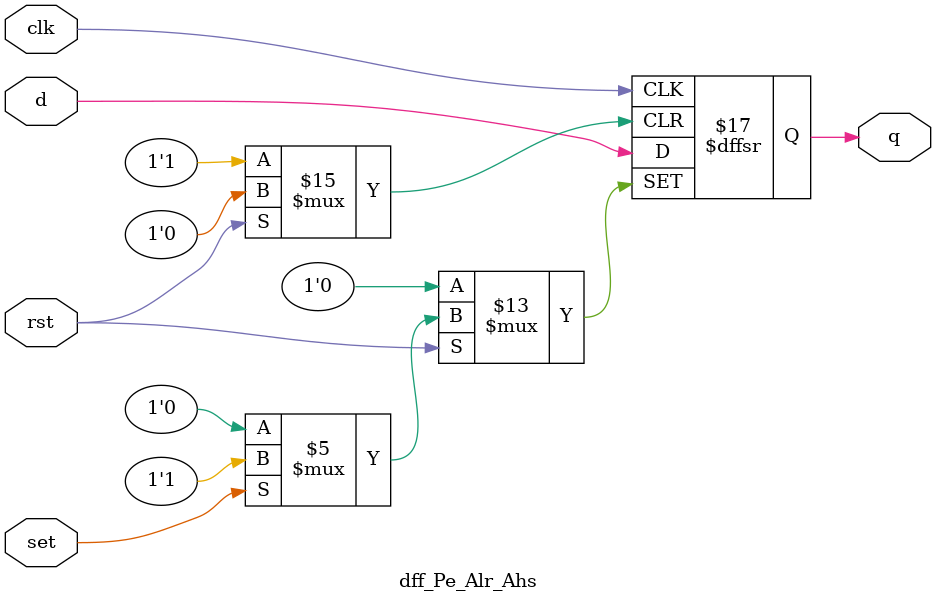
<source format=v>
`timescale 1ns / 1ps


module dff_Pe_Alr_Ahs(q,d,clk,rst,set);
input d,clk,rst,set;
output reg q;

always @(posedge clk,negedge rst,posedge set)
if (!rst)
    q <= 1'b0;
else if (set) q<= 1'b1;
else if (clk) q<=d;
endmodule

</source>
